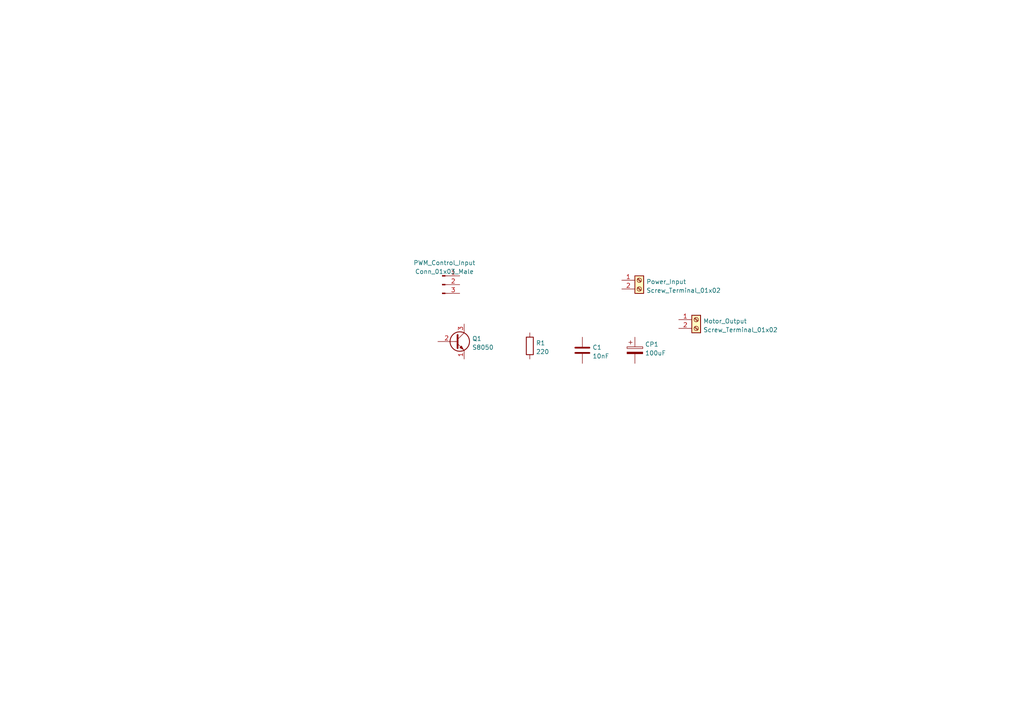
<source format=kicad_sch>
(kicad_sch (version 20211123) (generator eeschema)
  (paper "A4")
  (lib_symbols
    (symbol "Connector:Conn_01x03_Male" (pin_names (offset 1.016) hide)
      (property "Reference" "J" (at 0 5.08 0))
      (property "Value" "Conn_01x03_Male" (at 0 -5.08 0))
      (symbol "Conn_01x03_Male_1_1"
        (polyline (pts (xy 1.27 -2.54) (xy 0.8636 -2.54)) (stroke (width 0.1524)))
        (polyline (pts (xy 1.27 0) (xy 0.8636 0)) (stroke (width 0.1524)))
        (polyline (pts (xy 1.27 2.54) (xy 0.8636 2.54)) (stroke (width 0.1524)))
        (rectangle (start 0.8636 -2.413) (end 0 -2.667) (stroke (width 0.1524)) (fill (type outline)))
        (rectangle (start 0.8636 0.127) (end 0 -0.127) (stroke (width 0.1524)) (fill (type outline)))
        (rectangle (start 0.8636 2.667) (end 0 2.413) (stroke (width 0.1524)) (fill (type outline)))
        (pin passive line (at 5.08 2.54 180) (length 3.81) (name "Pin_1") (number "1"))
        (pin passive line (at 5.08 0 180) (length 3.81) (name "Pin_2") (number "2"))
        (pin passive line (at 5.08 -2.54 180) (length 3.81) (name "Pin_3") (number "3"))
      )
    )
    (symbol "Connector:Screw_Terminal_01x02" (pin_names (offset 1.016) hide)
      (property "Reference" "J" (at 0 2.54 0))
      (property "Value" "Screw_Terminal_01x02" (at 0 -5.08 0))
      (symbol "Screw_Terminal_01x02_1_1"
        (rectangle (start -1.27 1.27) (end 1.27 -3.81) (stroke (width 0.254)) (fill (type background)))
        (circle (center 0 -2.54) (radius 0.635) (stroke (width 0.1524)))
        (polyline (pts (xy -0.5334 -2.2098) (xy 0.3302 -3.048)) (stroke (width 0.1524)))
        (polyline (pts (xy -0.5334 0.3302) (xy 0.3302 -0.508)) (stroke (width 0.1524)))
        (polyline (pts (xy -0.3556 -2.032) (xy 0.508 -2.8702)) (stroke (width 0.1524)))
        (polyline (pts (xy -0.3556 0.508) (xy 0.508 -0.3302)) (stroke (width 0.1524)))
        (circle (center 0 0) (radius 0.635) (stroke (width 0.1524)))
        (pin passive line (at -5.08 0 0) (length 3.81) (name "Pin_1") (number "1"))
        (pin passive line (at -5.08 -2.54 0) (length 3.81) (name "Pin_2") (number "2"))
      )
    )
    (symbol "Device:C" (pin_numbers hide) (pin_names (offset 0.254))
      (property "Reference" "C" (at 0.635 2.54 0))
      (property "Value" "C" (at 0.635 -2.54 0))
      (symbol "C_0_1"
        (polyline (pts (xy -2.032 -0.762) (xy 2.032 -0.762)) (stroke (width 0.508)))
        (polyline (pts (xy -2.032 0.762) (xy 2.032 0.762)) (stroke (width 0.508)))
      )
      (symbol "C_1_1"
        (pin passive line (at 0 3.81 270) (length 2.794) (name "~") (number "1"))
        (pin passive line (at 0 -3.81 90) (length 2.794) (name "~") (number "2"))
      )
    )
    (symbol "Device:C_Polarized" (pin_numbers hide) (pin_names (offset 0.254))
      (property "Reference" "C" (at 0.635 2.54 0))
      (property "Value" "C_Polarized" (at 0.635 -2.54 0))
      (symbol "C_Polarized_0_1"
        (rectangle (start -2.286 0.508) (end 2.286 1.016))
        (polyline (pts (xy -1.778 2.286) (xy -0.762 2.286)))
        (polyline (pts (xy -1.27 2.794) (xy -1.27 1.778)))
        (rectangle (start 2.286 -0.508) (end -2.286 -1.016) (fill (type outline)))
      )
      (symbol "C_Polarized_1_1"
        (pin passive line (at 0 3.81 270) (length 2.794) (name "~") (number "1"))
        (pin passive line (at 0 -3.81 90) (length 2.794) (name "~") (number "2"))
      )
    )
    (symbol "Device:R" (pin_numbers hide) (pin_names (offset 0))
      (property "Reference" "R" (at 2.032 0 90))
      (property "Value" "R" (at 0 0 90))
      (symbol "R_0_1"
        (rectangle (start -1.016 -2.54) (end 1.016 2.54) (stroke (width 0.254)))
      )
      (symbol "R_1_1"
        (pin passive line (at 0 3.81 270) (length 1.27) (name "~") (number "1"))
        (pin passive line (at 0 -3.81 90) (length 1.27) (name "~") (number "2"))
      )
    )
    (symbol "Transistor_BJT:S8050" (pin_names (offset 0) hide)
      (property "Reference" "Q" (at 5.08 1.905 0))
      (property "Value" "S8050" (at 5.08 0 0))
      (symbol "S8050_0_1"
        (polyline (pts (xy 0 0) (xy 0.635 0)))
        (polyline (pts (xy 0.635 0.635) (xy 2.54 2.54)))
        (polyline (pts (xy 0.635 -0.635) (xy 2.54 -2.54) (xy 2.54 -2.54)))
        (polyline (pts (xy 0.635 1.905) (xy 0.635 -1.905) (xy 0.635 -1.905)) (stroke (width 0.508)))
        (polyline (pts (xy 1.27 -1.778) (xy 1.778 -1.27) (xy 2.286 -2.286) (xy 1.27 -1.778) (xy 1.27 -1.778)) (fill (type outline)))
        (circle (center 1.27 0) (radius 2.8194) (stroke (width 0.254)))
      )
      (symbol "S8050_1_1"
        (pin passive line (at 2.54 -5.08 90) (length 2.54) (name "E") (number "1"))
        (pin input line (at -5.08 0 0) (length 5.08) (name "B") (number "2"))
        (pin passive line (at 2.54 5.08 270) (length 2.54) (name "C") (number "3"))
      )
    )
  )
  (symbol (lib_id "Transistor_BJT:S8050") (at 132.08 99.06 0) (unit 1)
    (property "Reference" "Q1" (at 136.9314 98.2253 0) (effects (justify left)))
    (property "Value" "S8050" (at 136.9314 100.7622 0) (effects (justify left)))
    (property "Footprint" "Package_TO_SOT_THT:TO-92_Inline" (effects hide))
    (property "Datasheet" "http://www.unisonic.com.tw/datasheet/S8050.pdf" (effects hide))
  )
  (symbol (lib_id "Connector:Screw_Terminal_01x02") (at 185.42 81.28 0) (unit 1)
    (property "Reference" "Power_Input" (at 187.452 81.7153 0) (effects (justify left)))
    (property "Value" "Screw_Terminal_01x02" (at 187.452 84.2522 0) (effects (justify left)))
    (property "Footprint" "TerminalBlock:TerminalBlock_bornier-2_P5.08mm" (effects hide))
  )
  (symbol (lib_id "Device:R") (at 153.67 100.33 0) (unit 1)
    (property "Reference" "R1" (at 155.448 99.4953 0) (effects (justify left)))
    (property "Value" "220" (at 155.448 102.0322 0) (effects (justify left)))
    (property "Footprint" "Resistor_THT:R_Axial_DIN0207_L6.3mm_D2.5mm_P7.62mm_Horizontal" (effects hide))
  )
  (symbol (lib_id "Device:C") (at 168.91 101.6 0) (unit 1)
    (property "Reference" "C1" (at 171.831 100.7653 0) (effects (justify left)))
    (property "Value" "10nF" (at 171.831 103.3022 0) (effects (justify left)))
    (property "Footprint" "Capacitor_THT:C_Disc_D5.0mm_W2.5mm_P2.50mm" (effects hide))
  )
  (symbol (lib_id "Connector:Screw_Terminal_01x02") (at 201.93 92.71 0) (unit 1)
    (property "Reference" "Motor_Output" (at 203.962 93.1453 0) (effects (justify left)))
    (property "Value" "Screw_Terminal_01x02" (at 203.962 95.6822 0) (effects (justify left)))
    (property "Footprint" "TerminalBlock:TerminalBlock_bornier-2_P5.08mm" (effects hide))
  )
  (symbol (lib_id "Connector:Conn_01x03_Male") (at 128.27 82.55 0) (unit 1)
    (property "Reference" "PWM_Control_Input" (at 128.905 76.234 0))
    (property "Value" "Conn_01x03_Male" (at 128.905 78.7709 0))
    (property "Footprint" "Connector_PinHeader_2.54mm:PinHeader_1x03_P2.54mm_Vertical" (effects hide))
  )
  (symbol (lib_id "Device:C_Polarized") (at 184.15 101.6 0) (unit 1)
    (property "Reference" "CP1" (at 187.071 99.8763 0) (effects (justify left)))
    (property "Value" "100uF" (at 187.071 102.4132 0) (effects (justify left)))
    (property "Footprint" "Capacitor_THT:CP_Radial_D5.0mm_P2.50mm" (effects hide))
  )
)
</source>
